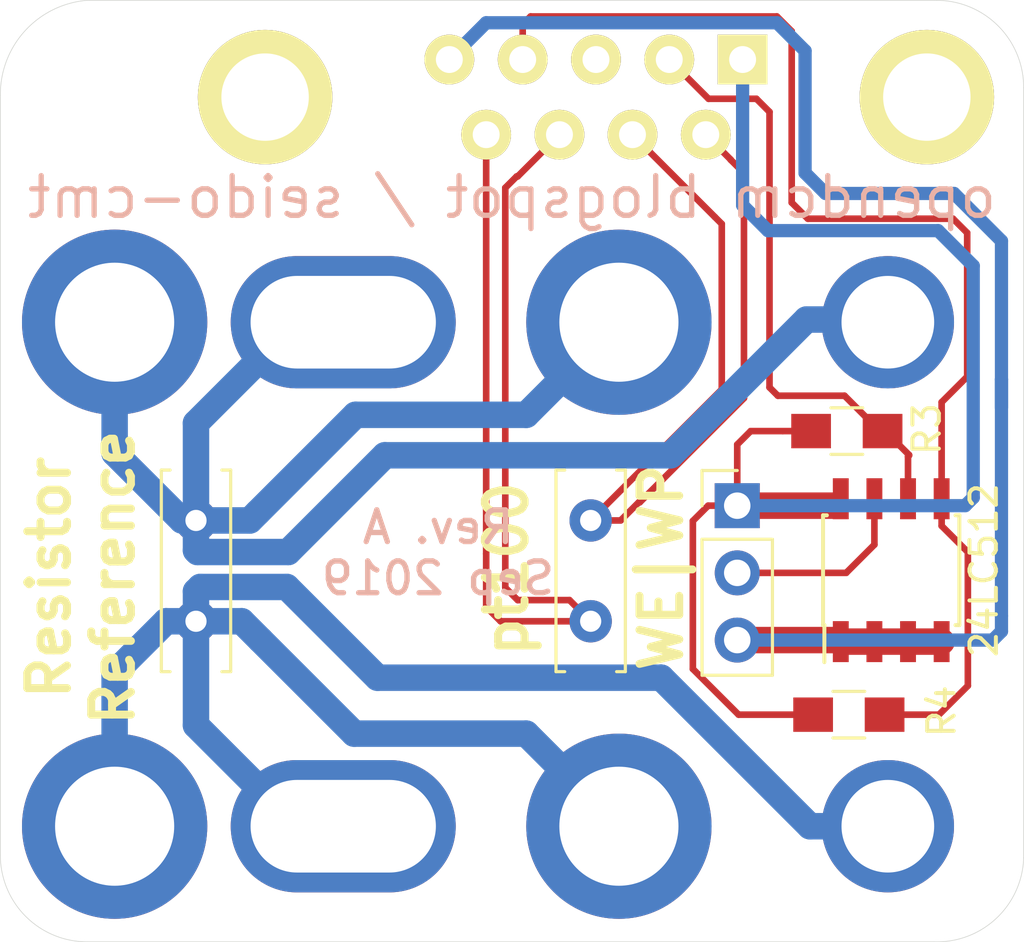
<source format=kicad_pcb>
(kicad_pcb (version 20171130) (host pcbnew 5.1.2-f72e74a~84~ubuntu14.04.1)

  (general
    (thickness 1.6)
    (drawings 13)
    (tracks 131)
    (zones 0)
    (modules 15)
    (nets 10)
  )

  (page A4)
  (layers
    (0 F.Cu signal)
    (31 B.Cu signal)
    (32 B.Adhes user)
    (33 F.Adhes user)
    (34 B.Paste user)
    (35 F.Paste user)
    (36 B.SilkS user)
    (37 F.SilkS user)
    (38 B.Mask user)
    (39 F.Mask user)
    (40 Dwgs.User user)
    (41 Cmts.User user)
    (42 Eco1.User user)
    (43 Eco2.User user)
    (44 Edge.Cuts user)
    (45 Margin user)
    (46 B.CrtYd user)
    (47 F.CrtYd user)
    (48 B.Fab user)
    (49 F.Fab user)
  )

  (setup
    (last_trace_width 0.25)
    (trace_clearance 0.2)
    (zone_clearance 0.508)
    (zone_45_only no)
    (trace_min 0.2)
    (via_size 0.8)
    (via_drill 0.4)
    (via_min_size 0.4)
    (via_min_drill 0.3)
    (uvia_size 0.3)
    (uvia_drill 0.1)
    (uvias_allowed no)
    (uvia_min_size 0.2)
    (uvia_min_drill 0.1)
    (edge_width 0.0254)
    (segment_width 0.2)
    (pcb_text_width 0.3)
    (pcb_text_size 1.5 1.5)
    (mod_edge_width 0.15)
    (mod_text_size 1 1)
    (mod_text_width 0.15)
    (pad_size 8.5 5)
    (pad_drill 7)
    (pad_to_mask_clearance 0.2)
    (solder_mask_min_width 0.25)
    (aux_axis_origin 143.129 111.76)
    (grid_origin 200.1012 89.3064)
    (visible_elements FFFFFFFF)
    (pcbplotparams
      (layerselection 0x010fc_ffffffff)
      (usegerberextensions false)
      (usegerberattributes false)
      (usegerberadvancedattributes false)
      (creategerberjobfile false)
      (excludeedgelayer true)
      (linewidth 0.100000)
      (plotframeref false)
      (viasonmask false)
      (mode 1)
      (useauxorigin false)
      (hpglpennumber 1)
      (hpglpenspeed 20)
      (hpglpendiameter 15.000000)
      (psnegative false)
      (psa4output false)
      (plotreference true)
      (plotvalue true)
      (plotinvisibletext false)
      (padsonsilk false)
      (subtractmaskfromsilk false)
      (outputformat 1)
      (mirror false)
      (drillshape 1)
      (scaleselection 1)
      (outputdirectory ""))
  )

  (net 0 "")
  (net 1 "Net-(R1-Pad1)")
  (net 2 "Net-(R1-Pad2)")
  (net 3 "Net-(J1-Pad4)")
  (net 4 "Net-(J1-Pad6)")
  (net 5 "Net-(J1-Pad8)")
  (net 6 GND)
  (net 7 "Net-(J2-Pad2)")
  (net 8 "Net-(J1-Pad2)")
  (net 9 VCC)

  (net_class Default "This is the default net class."
    (clearance 0.2)
    (trace_width 0.25)
    (via_dia 0.8)
    (via_drill 0.4)
    (uvia_dia 0.3)
    (uvia_drill 0.1)
    (add_net GND)
    (add_net "Net-(J1-Pad2)")
    (add_net "Net-(J1-Pad3)")
    (add_net "Net-(J1-Pad4)")
    (add_net "Net-(J1-Pad6)")
    (add_net "Net-(J1-Pad8)")
    (add_net "Net-(J2-Pad2)")
    (add_net "Net-(R1-Pad1)")
    (add_net "Net-(R1-Pad2)")
    (add_net VCC)
  )

  (module 4w_rr_uni:R_0805_HandSoldering (layer F.Cu) (tedit 58E0A804) (tstamp 5D7145EE)
    (at 209.296 104.0384)
    (descr "Resistor SMD 0805, hand soldering")
    (tags "resistor 0805")
    (path /5D715C3C)
    (attr smd)
    (fp_text reference R4 (at 3.5052 -0.127 90) (layer F.SilkS)
      (effects (font (size 1 1) (thickness 0.15)))
    )
    (fp_text value R (at 0 1.75) (layer F.Fab)
      (effects (font (size 1 1) (thickness 0.15)))
    )
    (fp_line (start 2.35 0.9) (end -2.35 0.9) (layer F.CrtYd) (width 0.05))
    (fp_line (start 2.35 0.9) (end 2.35 -0.9) (layer F.CrtYd) (width 0.05))
    (fp_line (start -2.35 -0.9) (end -2.35 0.9) (layer F.CrtYd) (width 0.05))
    (fp_line (start -2.35 -0.9) (end 2.35 -0.9) (layer F.CrtYd) (width 0.05))
    (fp_line (start -0.6 -0.88) (end 0.6 -0.88) (layer F.SilkS) (width 0.12))
    (fp_line (start 0.6 0.88) (end -0.6 0.88) (layer F.SilkS) (width 0.12))
    (fp_line (start -1 -0.62) (end 1 -0.62) (layer F.Fab) (width 0.1))
    (fp_line (start 1 -0.62) (end 1 0.62) (layer F.Fab) (width 0.1))
    (fp_line (start 1 0.62) (end -1 0.62) (layer F.Fab) (width 0.1))
    (fp_line (start -1 0.62) (end -1 -0.62) (layer F.Fab) (width 0.1))
    (fp_text user %R (at 0 0) (layer F.Fab)
      (effects (font (size 0.5 0.5) (thickness 0.075)))
    )
    (pad 2 smd rect (at 1.35 0) (size 1.5 1.3) (layers F.Cu F.Paste F.Mask)
      (net 3 "Net-(J1-Pad4)"))
    (pad 1 smd rect (at -1.35 0) (size 1.5 1.3) (layers F.Cu F.Paste F.Mask)
      (net 9 VCC))
    (model ${KISYS3DMOD}/Resistors_SMD.3dshapes/R_0805.wrl
      (at (xyz 0 0 0))
      (scale (xyz 1 1 1))
      (rotate (xyz 0 0 0))
    )
  )

  (module 4w_rr_uni:R_0805_HandSoldering (layer F.Cu) (tedit 58E0A804) (tstamp 5D714445)
    (at 209.2198 93.3196)
    (descr "Resistor SMD 0805, hand soldering")
    (tags "resistor 0805")
    (path /5D721A2E)
    (attr smd)
    (fp_text reference R3 (at 3.0226 -0.0762 90) (layer F.SilkS)
      (effects (font (size 1 1) (thickness 0.15)))
    )
    (fp_text value R (at 0 1.75) (layer F.Fab)
      (effects (font (size 1 1) (thickness 0.15)))
    )
    (fp_text user %R (at 0 0) (layer F.Fab)
      (effects (font (size 0.5 0.5) (thickness 0.075)))
    )
    (fp_line (start -1 0.62) (end -1 -0.62) (layer F.Fab) (width 0.1))
    (fp_line (start 1 0.62) (end -1 0.62) (layer F.Fab) (width 0.1))
    (fp_line (start 1 -0.62) (end 1 0.62) (layer F.Fab) (width 0.1))
    (fp_line (start -1 -0.62) (end 1 -0.62) (layer F.Fab) (width 0.1))
    (fp_line (start 0.6 0.88) (end -0.6 0.88) (layer F.SilkS) (width 0.12))
    (fp_line (start -0.6 -0.88) (end 0.6 -0.88) (layer F.SilkS) (width 0.12))
    (fp_line (start -2.35 -0.9) (end 2.35 -0.9) (layer F.CrtYd) (width 0.05))
    (fp_line (start -2.35 -0.9) (end -2.35 0.9) (layer F.CrtYd) (width 0.05))
    (fp_line (start 2.35 0.9) (end 2.35 -0.9) (layer F.CrtYd) (width 0.05))
    (fp_line (start 2.35 0.9) (end -2.35 0.9) (layer F.CrtYd) (width 0.05))
    (pad 1 smd rect (at -1.35 0) (size 1.5 1.3) (layers F.Cu F.Paste F.Mask)
      (net 9 VCC))
    (pad 2 smd rect (at 1.35 0) (size 1.5 1.3) (layers F.Cu F.Paste F.Mask)
      (net 8 "Net-(J1-Pad2)"))
    (model ${KISYS3DMOD}/Resistors_SMD.3dshapes/R_0805.wrl
      (at (xyz 0 0 0))
      (scale (xyz 1 1 1))
      (rotate (xyz 0 0 0))
    )
  )

  (module 4w_rr_uni:DB9_horizontal (layer F.Cu) (tedit 5D70098F) (tstamp 5CB1D584)
    (at 199.74306 80.6958 180)
    (descr SUB-D)
    (tags SUB-D)
    (path /5CB30959)
    (attr virtual)
    (fp_text reference J1 (at 0.22098 -2.82194) (layer B.SilkS) hide
      (effects (font (size 0.4064 0.4064) (thickness 0.0508)))
    )
    (fp_text value DB9 (at 7.46506 -0.381) (layer B.SilkS) hide
      (effects (font (size 0.4064 0.4064) (thickness 0.0508)))
    )
    (pad 1 thru_hole rect (at -5.53974 1.41986 180) (size 1.8796 1.8796) (drill 1.016) (layers F&B.Cu F.Paste F.SilkS F.Mask)
      (net 9 VCC))
    (pad 2 thru_hole circle (at -2.7686 1.41986 180) (size 1.8796 1.8796) (drill 1.016) (layers F&B.Cu F.Paste F.SilkS F.Mask)
      (net 8 "Net-(J1-Pad2)"))
    (pad 3 thru_hole circle (at 0 1.41986 180) (size 1.8796 1.8796) (drill 1.016) (layers F&B.Cu F.Paste F.SilkS F.Mask))
    (pad 4 thru_hole circle (at 2.7686 1.41986 180) (size 1.8796 1.8796) (drill 1.016) (layers F&B.Cu F.Paste F.SilkS F.Mask)
      (net 3 "Net-(J1-Pad4)"))
    (pad 5 thru_hole circle (at 5.53974 1.41986 180) (size 1.8796 1.8796) (drill 1.016) (layers F&B.Cu F.Paste F.SilkS F.Mask)
      (net 6 GND))
    (pad 6 thru_hole circle (at -4.14782 -1.41986 180) (size 1.8796 1.8796) (drill 1.016) (layers F&B.Cu F.Paste F.SilkS F.Mask)
      (net 4 "Net-(J1-Pad6)"))
    (pad 7 thru_hole circle (at -1.37922 -1.41986 180) (size 1.8796 1.8796) (drill 1.016) (layers F&B.Cu F.Paste F.SilkS F.Mask)
      (net 4 "Net-(J1-Pad6)"))
    (pad 8 thru_hole circle (at 1.37922 -1.41986 180) (size 1.8796 1.8796) (drill 1.016) (layers F&B.Cu F.Paste F.SilkS F.Mask)
      (net 5 "Net-(J1-Pad8)"))
    (pad 9 thru_hole circle (at 4.14782 -1.41986 180) (size 1.8796 1.8796) (drill 1.016) (layers F&B.Cu F.Paste F.SilkS F.Mask)
      (net 5 "Net-(J1-Pad8)"))
    (pad G1 thru_hole circle (at -12.49934 0 180) (size 5.08 5.08) (drill 3.302) (layers F&B.Cu F.Paste F.SilkS F.Mask))
    (pad G2 thru_hole circle (at 12.49934 0 180) (size 5.08 5.08) (drill 3.302) (layers F&B.Cu F.Paste F.SilkS F.Mask))
  )

  (module Pin_Headers:Pin_Header_Straight_1x03_Pitch2.54mm (layer F.Cu) (tedit 59650532) (tstamp 5D7091C5)
    (at 205.0796 96.139)
    (descr "Through hole straight pin header, 1x03, 2.54mm pitch, single row")
    (tags "Through hole pin header THT 1x03 2.54mm single row")
    (path /5D721A0C)
    (fp_text reference J2 (at 0 -2.33) (layer F.SilkS) hide
      (effects (font (size 1 1) (thickness 0.15)))
    )
    (fp_text value Conn_01x03 (at -2.8956 2.5654 90) (layer F.Fab)
      (effects (font (size 1 1) (thickness 0.15)))
    )
    (fp_line (start -0.635 -1.27) (end 1.27 -1.27) (layer F.Fab) (width 0.1))
    (fp_line (start 1.27 -1.27) (end 1.27 6.35) (layer F.Fab) (width 0.1))
    (fp_line (start 1.27 6.35) (end -1.27 6.35) (layer F.Fab) (width 0.1))
    (fp_line (start -1.27 6.35) (end -1.27 -0.635) (layer F.Fab) (width 0.1))
    (fp_line (start -1.27 -0.635) (end -0.635 -1.27) (layer F.Fab) (width 0.1))
    (fp_line (start -1.33 6.41) (end 1.33 6.41) (layer F.SilkS) (width 0.12))
    (fp_line (start -1.33 1.27) (end -1.33 6.41) (layer F.SilkS) (width 0.12))
    (fp_line (start 1.33 1.27) (end 1.33 6.41) (layer F.SilkS) (width 0.12))
    (fp_line (start -1.33 1.27) (end 1.33 1.27) (layer F.SilkS) (width 0.12))
    (fp_line (start -1.33 0) (end -1.33 -1.33) (layer F.SilkS) (width 0.12))
    (fp_line (start -1.33 -1.33) (end 0 -1.33) (layer F.SilkS) (width 0.12))
    (fp_line (start -1.8 -1.8) (end -1.8 6.85) (layer F.CrtYd) (width 0.05))
    (fp_line (start -1.8 6.85) (end 1.8 6.85) (layer F.CrtYd) (width 0.05))
    (fp_line (start 1.8 6.85) (end 1.8 -1.8) (layer F.CrtYd) (width 0.05))
    (fp_line (start 1.8 -1.8) (end -1.8 -1.8) (layer F.CrtYd) (width 0.05))
    (fp_text user %R (at 0 2.54 90) (layer F.Fab)
      (effects (font (size 1 1) (thickness 0.15)))
    )
    (pad 1 thru_hole rect (at 0 0) (size 1.7 1.7) (drill 1) (layers *.Cu *.Mask)
      (net 9 VCC))
    (pad 2 thru_hole oval (at 0 2.54) (size 1.7 1.7) (drill 1) (layers *.Cu *.Mask)
      (net 7 "Net-(J2-Pad2)"))
    (pad 3 thru_hole oval (at 0 5.08) (size 1.7 1.7) (drill 1) (layers *.Cu *.Mask)
      (net 6 GND))
    (model ${KISYS3DMOD}/Pin_Headers.3dshapes/Pin_Header_Straight_1x03_Pitch2.54mm.wrl
      (at (xyz 0 0 0))
      (scale (xyz 1 1 1))
      (rotate (xyz 0 0 0))
    )
  )

  (module 4w_rr_uni:VIA_oval (layer F.Cu) (tedit 5D6FFD55) (tstamp 5D6FF74C)
    (at 190.4492 108.2548)
    (path /5D707870)
    (fp_text reference U4 (at 0 0.5) (layer F.SilkS)
      (effects (font (size 1 1) (thickness 0.15)))
    )
    (fp_text value SA404 (at -0.4064 -3.937) (layer F.Fab)
      (effects (font (size 1 1) (thickness 0.15)))
    )
    (pad 1 thru_hole oval (at -0.254 0) (size 8.5 5) (drill oval 7 3.5) (layers *.Cu *.Mask)
      (net 2 "Net-(R1-Pad2)"))
  )

  (module 4w_rr_uni:VIA_oval (layer F.Cu) (tedit 5D6FFCB5) (tstamp 5D6FF747)
    (at 190.4492 89.2048)
    (path /5D707289)
    (fp_text reference U3 (at 0 0.5) (layer F.SilkS)
      (effects (font (size 1 1) (thickness 0.15)))
    )
    (fp_text value SA404 (at -0.3048 -3.937) (layer F.Fab)
      (effects (font (size 1 1) (thickness 0.15)))
    )
    (pad 1 thru_hole oval (at -0.254 0) (size 8.5 5) (drill oval 7 3.5) (layers *.Cu *.Mask)
      (net 1 "Net-(R1-Pad1)"))
  )

  (module 4w_rr_uni:Binding_Post_4mm (layer F.Cu) (tedit 5CB1739B) (tstamp 5D6FF75B)
    (at 181.5592 108.2548)
    (path /5D708E47)
    (fp_text reference U7 (at 0 0.5) (layer F.SilkS)
      (effects (font (size 1 1) (thickness 0.15)))
    )
    (fp_text value Banana (at 0.254 -4.572) (layer F.Fab)
      (effects (font (size 1 1) (thickness 0.15)))
    )
    (pad 1 thru_hole circle (at 0 0) (size 7 7) (drill 4.5) (layers *.Cu *.Mask)
      (net 2 "Net-(R1-Pad2)"))
  )

  (module 4w_rr_uni:Binding_Post_4mm (layer F.Cu) (tedit 5CB1739B) (tstamp 5D6FF760)
    (at 181.5592 89.2048)
    (path /5D708684)
    (fp_text reference U8 (at 0 0.5) (layer F.SilkS)
      (effects (font (size 1 1) (thickness 0.15)))
    )
    (fp_text value Banana (at 0.254 -4.7244) (layer F.Fab)
      (effects (font (size 1 1) (thickness 0.15)))
    )
    (pad 1 thru_hole circle (at 0 0) (size 7 7) (drill 4.5) (layers *.Cu *.Mask)
      (net 1 "Net-(R1-Pad1)"))
  )

  (module 4w_rr_uni:Binding_Post_4mm (layer F.Cu) (tedit 5CB1739B) (tstamp 5D6FF756)
    (at 200.6092 89.2048)
    (path /5D70830C)
    (fp_text reference U6 (at 0 0.5) (layer F.SilkS)
      (effects (font (size 1 1) (thickness 0.15)))
    )
    (fp_text value Banana (at 0.2032 -4.4196) (layer F.Fab)
      (effects (font (size 1 1) (thickness 0.15)))
    )
    (pad 1 thru_hole circle (at 0 0) (size 7 7) (drill 4.5) (layers *.Cu *.Mask)
      (net 1 "Net-(R1-Pad1)"))
  )

  (module 4w_rr_uni:Binding_Post_4mm (layer F.Cu) (tedit 5CB1739B) (tstamp 5D6FF751)
    (at 200.6092 108.2548)
    (path /5D7089A2)
    (fp_text reference U5 (at 0 0.5) (layer F.SilkS)
      (effects (font (size 1 1) (thickness 0.15)))
    )
    (fp_text value Banana (at 1.0668 -4.3942) (layer F.Fab)
      (effects (font (size 1 1) (thickness 0.15)))
    )
    (pad 1 thru_hole circle (at 0 0) (size 7 7) (drill 4.5) (layers *.Cu *.Mask)
      (net 2 "Net-(R1-Pad2)"))
  )

  (module 4w_rr_uni:VIA (layer F.Cu) (tedit 5C055CDB) (tstamp 5D7145B5)
    (at 210.7692 108.2548)
    (path /5D704731)
    (fp_text reference U2 (at 0 0.5) (layer F.SilkS)
      (effects (font (size 1 1) (thickness 0.15)))
    )
    (fp_text value SA404 (at -0.0254 -3.7338) (layer F.Fab)
      (effects (font (size 1 1) (thickness 0.15)))
    )
    (pad 1 thru_hole circle (at 0 0) (size 5 5) (drill 3.5) (layers *.Cu *.Mask)
      (net 2 "Net-(R1-Pad2)"))
  )

  (module 4w_rr_uni:VIA (layer F.Cu) (tedit 5C055CDB) (tstamp 5D6FF73D)
    (at 210.7692 89.2048)
    (path /5D703457)
    (fp_text reference U1 (at 0 0.5) (layer F.SilkS)
      (effects (font (size 1 1) (thickness 0.15)))
    )
    (fp_text value SA404 (at 0.1524 -3.937) (layer F.Fab)
      (effects (font (size 1 1) (thickness 0.15)))
    )
    (pad 1 thru_hole circle (at 0 0) (size 5 5) (drill 3.5) (layers *.Cu *.Mask)
      (net 1 "Net-(R1-Pad1)"))
  )

  (module 4w_rr_uni:Vishay_L7.62mm_D2.67mm_P3.81mm_Horizontal (layer F.Cu) (tedit 5C8E82DC) (tstamp 5CB1DDD3)
    (at 199.5424 98.6028 270)
    (descr "Resistor, Axial_DIN0207 series, Axial, Horizontal, pin pitch=7.62mm, 0.25W = 1/4W, length*diameter=6.3*2.5mm^2, http://cdn-reichelt.de/documents/datenblatt/B400/1_4W%23YAG.pdf")
    (tags "Resistor Axial_DIN0207 series Axial Horizontal pin pitch 7.62mm 0.25W = 1/4W length 6.3mm diameter 2.5mm")
    (path /5CB488B6)
    (fp_text reference R2 (at 0 -2.6 90) (layer F.SilkS) hide
      (effects (font (size 1 1) (thickness 0.15)))
    )
    (fp_text value R (at 0.127 0.0508 90) (layer F.Fab) hide
      (effects (font (size 1 1) (thickness 0.15)))
    )
    (fp_line (start -4 -1.6) (end 4 -1.6) (layer F.CrtYd) (width 0.05))
    (fp_line (start 4 1.6) (end 4 -1.6) (layer F.CrtYd) (width 0.05))
    (fp_line (start -4 1.6) (end 4 1.6) (layer F.CrtYd) (width 0.05))
    (fp_line (start -4 -1.6) (end -4 1.6) (layer F.CrtYd) (width 0.05))
    (fp_line (start 3.81 1.31) (end 3.81 0.98) (layer F.SilkS) (width 0.12))
    (fp_line (start -3.81 1.31) (end 3.81 1.31) (layer F.SilkS) (width 0.12))
    (fp_line (start -3.81 0.98) (end -3.81 1.31) (layer F.SilkS) (width 0.12))
    (fp_line (start 3.81 -1.31) (end 3.81 -0.98) (layer F.SilkS) (width 0.12))
    (fp_line (start -3.81 -1.31) (end 3.81 -1.31) (layer F.SilkS) (width 0.12))
    (fp_line (start -3.81 -0.98) (end -3.81 -1.31) (layer F.SilkS) (width 0.12))
    (fp_line (start -3.81 -1.25) (end 3.81 -1.25) (layer F.Fab) (width 0.1))
    (fp_line (start 3.81 1.25) (end 3.81 -1.25) (layer F.Fab) (width 0.1))
    (fp_line (start -3.81 1.25) (end 3.81 1.25) (layer F.Fab) (width 0.1))
    (fp_line (start -3.81 -1.25) (end -3.81 1.25) (layer F.Fab) (width 0.1))
    (pad 2 thru_hole oval (at 1.905 0 270) (size 1.6 1.6) (drill 0.8) (layers *.Cu *.Mask)
      (net 5 "Net-(J1-Pad8)"))
    (pad 1 thru_hole circle (at -1.905 0 270) (size 1.6 1.6) (drill 0.8) (layers *.Cu *.Mask)
      (net 4 "Net-(J1-Pad6)"))
    (model ${KISYS3DMOD}/Resistors_THT.3dshapes/R_Axial_DIN0207_L6.3mm_D2.5mm_P7.62mm_Horizontal.wrl
      (at (xyz 0 0 0))
      (scale (xyz 0.393701 0.393701 0.393701))
      (rotate (xyz 0 0 0))
    )
  )

  (module 4w_rr_uni:Vishay_L7.62mm_D2.67mm_P3.81mm_Horizontal (layer F.Cu) (tedit 5C8E82DC) (tstamp 5CB1A6E0)
    (at 184.6326 98.6028 270)
    (descr "Resistor, Axial_DIN0207 series, Axial, Horizontal, pin pitch=7.62mm, 0.25W = 1/4W, length*diameter=6.3*2.5mm^2, http://cdn-reichelt.de/documents/datenblatt/B400/1_4W%23YAG.pdf")
    (tags "Resistor Axial_DIN0207 series Axial Horizontal pin pitch 7.62mm 0.25W = 1/4W length 6.3mm diameter 2.5mm")
    (path /5CB1A248)
    (fp_text reference R1 (at 0 -2.6 90) (layer F.SilkS) hide
      (effects (font (size 1 1) (thickness 0.15)))
    )
    (fp_text value R (at 0.0254 0.0508 90) (layer F.Fab) hide
      (effects (font (size 1 1) (thickness 0.15)))
    )
    (fp_line (start -3.81 -1.25) (end -3.81 1.25) (layer F.Fab) (width 0.1))
    (fp_line (start -3.81 1.25) (end 3.81 1.25) (layer F.Fab) (width 0.1))
    (fp_line (start 3.81 1.25) (end 3.81 -1.25) (layer F.Fab) (width 0.1))
    (fp_line (start -3.81 -1.25) (end 3.81 -1.25) (layer F.Fab) (width 0.1))
    (fp_line (start -3.81 -0.98) (end -3.81 -1.31) (layer F.SilkS) (width 0.12))
    (fp_line (start -3.81 -1.31) (end 3.81 -1.31) (layer F.SilkS) (width 0.12))
    (fp_line (start 3.81 -1.31) (end 3.81 -0.98) (layer F.SilkS) (width 0.12))
    (fp_line (start -3.81 0.98) (end -3.81 1.31) (layer F.SilkS) (width 0.12))
    (fp_line (start -3.81 1.31) (end 3.81 1.31) (layer F.SilkS) (width 0.12))
    (fp_line (start 3.81 1.31) (end 3.81 0.98) (layer F.SilkS) (width 0.12))
    (fp_line (start -4 -1.6) (end -4 1.6) (layer F.CrtYd) (width 0.05))
    (fp_line (start -4 1.6) (end 4 1.6) (layer F.CrtYd) (width 0.05))
    (fp_line (start 4 1.6) (end 4 -1.6) (layer F.CrtYd) (width 0.05))
    (fp_line (start -4 -1.6) (end 4 -1.6) (layer F.CrtYd) (width 0.05))
    (pad 1 thru_hole circle (at -1.905 0 270) (size 1.6 1.6) (drill 0.8) (layers *.Cu *.Mask)
      (net 1 "Net-(R1-Pad1)"))
    (pad 2 thru_hole oval (at 1.905 0 270) (size 1.6 1.6) (drill 0.8) (layers *.Cu *.Mask)
      (net 2 "Net-(R1-Pad2)"))
    (model ${KISYS3DMOD}/Resistors_THT.3dshapes/R_Axial_DIN0207_L6.3mm_D2.5mm_P7.62mm_Horizontal.wrl
      (at (xyz 0 0 0))
      (scale (xyz 0.393701 0.393701 0.393701))
      (rotate (xyz 0 0 0))
    )
  )

  (module 4w_rr_uni:SOIC-8_3.9x4.9mm_Pitch1.27mm (layer F.Cu) (tedit 58CD0CDA) (tstamp 5CB1A4D6)
    (at 210.8962 98.5774 90)
    (descr "8-Lead Plastic Small Outline (SN) - Narrow, 3.90 mm Body [SOIC] (see Microchip Packaging Specification 00000049BS.pdf)")
    (tags "SOIC 1.27")
    (path /5CB19541)
    (attr smd)
    (fp_text reference U9 (at 0 -3.5 90) (layer F.SilkS) hide
      (effects (font (size 1 1) (thickness 0.15)))
    )
    (fp_text value 24LC512 (at 0 3.5 90) (layer F.SilkS)
      (effects (font (size 1 1) (thickness 0.15)))
    )
    (fp_line (start -2.075 -2.525) (end -3.475 -2.525) (layer F.SilkS) (width 0.15))
    (fp_line (start -2.075 2.575) (end 2.075 2.575) (layer F.SilkS) (width 0.15))
    (fp_line (start -2.075 -2.575) (end 2.075 -2.575) (layer F.SilkS) (width 0.15))
    (fp_line (start -2.075 2.575) (end -2.075 2.43) (layer F.SilkS) (width 0.15))
    (fp_line (start 2.075 2.575) (end 2.075 2.43) (layer F.SilkS) (width 0.15))
    (fp_line (start 2.075 -2.575) (end 2.075 -2.43) (layer F.SilkS) (width 0.15))
    (fp_line (start -2.075 -2.575) (end -2.075 -2.525) (layer F.SilkS) (width 0.15))
    (fp_line (start -3.73 2.7) (end 3.73 2.7) (layer F.CrtYd) (width 0.05))
    (fp_line (start -3.73 -2.7) (end 3.73 -2.7) (layer F.CrtYd) (width 0.05))
    (fp_line (start 3.73 -2.7) (end 3.73 2.7) (layer F.CrtYd) (width 0.05))
    (fp_line (start -3.73 -2.7) (end -3.73 2.7) (layer F.CrtYd) (width 0.05))
    (fp_line (start -1.95 -1.45) (end -0.95 -2.45) (layer F.Fab) (width 0.1))
    (fp_line (start -1.95 2.45) (end -1.95 -1.45) (layer F.Fab) (width 0.1))
    (fp_line (start 1.95 2.45) (end -1.95 2.45) (layer F.Fab) (width 0.1))
    (fp_line (start 1.95 -2.45) (end 1.95 2.45) (layer F.Fab) (width 0.1))
    (fp_line (start -0.95 -2.45) (end 1.95 -2.45) (layer F.Fab) (width 0.1))
    (fp_text user %R (at 0 0 90) (layer F.Fab) hide
      (effects (font (size 1 1) (thickness 0.15)))
    )
    (pad 8 smd rect (at 2.7 -1.905 90) (size 1.55 0.6) (layers F.Cu F.Paste F.Mask)
      (net 9 VCC))
    (pad 7 smd rect (at 2.7 -0.635 90) (size 1.55 0.6) (layers F.Cu F.Paste F.Mask)
      (net 7 "Net-(J2-Pad2)"))
    (pad 6 smd rect (at 2.7 0.635 90) (size 1.55 0.6) (layers F.Cu F.Paste F.Mask)
      (net 8 "Net-(J1-Pad2)"))
    (pad 5 smd rect (at 2.7 1.905 90) (size 1.55 0.6) (layers F.Cu F.Paste F.Mask)
      (net 3 "Net-(J1-Pad4)"))
    (pad 4 smd rect (at -2.7 1.905 90) (size 1.55 0.6) (layers F.Cu F.Paste F.Mask)
      (net 6 GND))
    (pad 3 smd rect (at -2.7 0.635 90) (size 1.55 0.6) (layers F.Cu F.Paste F.Mask)
      (net 6 GND))
    (pad 2 smd rect (at -2.7 -0.635 90) (size 1.55 0.6) (layers F.Cu F.Paste F.Mask)
      (net 6 GND))
    (pad 1 smd rect (at -2.7 -1.905 90) (size 1.55 0.6) (layers F.Cu F.Paste F.Mask)
      (net 6 GND))
    (model ${KISYS3DMOD}/Housings_SOIC.3dshapes/SOIC-8_3.9x4.9mm_Pitch1.27mm.wrl
      (at (xyz 0 0 0))
      (scale (xyz 1 1 1))
      (rotate (xyz 0 0 0))
    )
  )

  (gr_text "opendcm blogspot / seido-cmt" (at 196.5706 84.4804) (layer B.SilkS) (tstamp 5C0566A1)
    (effects (font (size 1.5 1.5) (thickness 0.2)) (justify mirror))
  )
  (gr_text "Rev. A\nSep 2019" (at 193.7766 97.917) (layer B.SilkS) (tstamp 5D713154)
    (effects (font (size 1.2 1.2) (thickness 0.2)) (justify mirror))
  )
  (gr_text WE|WP (at 202.2094 98.4758 90) (layer F.SilkS) (tstamp 5D709A98)
    (effects (font (size 1.5 1.5) (thickness 0.3)))
  )
  (gr_text pt100 (at 196.3674 98.5266 90) (layer F.SilkS)
    (effects (font (size 1.5 1.5) (thickness 0.3)))
  )
  (gr_line (start 212.521798 112.6236) (end 180.5178 112.6236) (layer Edge.Cuts) (width 0.0254) (tstamp 5CD72ED9))
  (gr_text " Resistor \nReference" (at 180.2892 98.8568 90) (layer F.SilkS)
    (effects (font (size 1.5 1.5) (thickness 0.3)))
  )
  (gr_line (start 212.6234 77.0382) (end 180.5178 77.0382) (layer Edge.Cuts) (width 0.0254))
  (gr_line (start 215.9 109.448551) (end 215.9 80.3402) (layer Edge.Cuts) (width 0.0254) (tstamp 5CD72A23))
  (gr_line (start 177.2412 80.6196) (end 177.2412 109.347) (layer Edge.Cuts) (width 0.0254) (tstamp 5AEBEA33))
  (gr_arc (start 212.623398 109.347) (end 212.521798 112.6236) (angle -90.00085275) (layer Edge.Cuts) (width 0.0254))
  (gr_arc (start 212.605694 80.332538) (end 215.9 80.3402) (angle -89.82531014) (layer Edge.Cuts) (width 0.0254))
  (gr_arc (start 180.810142 80.594201) (end 180.5178 77.0382) (angle -85.7079865) (layer Edge.Cuts) (width 0.0254))
  (gr_arc (start 180.5178 109.347) (end 177.2412 109.347) (angle -90) (layer Edge.Cuts) (width 0.0254))

  (segment (start 184.102453 96.6978) (end 184.6326 96.6978) (width 1) (layer B.Cu) (net 1) (status 30))
  (segment (start 181.5592 89.2048) (end 181.5592 94.154547) (width 1) (layer B.Cu) (net 1) (status 10))
  (segment (start 181.5592 94.154547) (end 184.102453 96.6978) (width 1) (layer B.Cu) (net 1) (status 20))
  (segment (start 188.4452 89.2048) (end 190.1952 89.2048) (width 1) (layer B.Cu) (net 1) (status 30))
  (segment (start 184.6326 96.6978) (end 184.6326 93.0174) (width 1) (layer B.Cu) (net 1) (status 10))
  (segment (start 184.6326 93.0174) (end 188.4452 89.2048) (width 1) (layer B.Cu) (net 1) (status 20))
  (segment (start 197.109201 92.704799) (end 190.657601 92.704799) (width 1) (layer B.Cu) (net 1))
  (segment (start 190.657601 92.704799) (end 186.9694 96.393) (width 1) (layer B.Cu) (net 1))
  (segment (start 184.6326 96.6978) (end 186.6646 96.6978) (width 1) (layer B.Cu) (net 1) (status 10))
  (segment (start 186.6646 96.6978) (end 186.9694 96.393) (width 1) (layer B.Cu) (net 1))
  (segment (start 200.6092 89.2048) (end 197.109201 92.704799) (width 1) (layer B.Cu) (net 1) (status 10))
  (segment (start 210.6676 89.1032) (end 210.7692 89.2048) (width 1) (layer B.Cu) (net 1) (status 30))
  (segment (start 207.6958 89.1032) (end 210.6676 89.1032) (width 1) (layer B.Cu) (net 1) (status 20))
  (segment (start 202.565 94.234) (end 207.6958 89.1032) (width 1) (layer B.Cu) (net 1))
  (segment (start 191.77 94.234) (end 202.565 94.234) (width 1) (layer B.Cu) (net 1))
  (segment (start 188.1124 97.8916) (end 191.77 94.234) (width 1) (layer B.Cu) (net 1))
  (segment (start 184.69503 97.8916) (end 188.1124 97.8916) (width 1) (layer B.Cu) (net 1))
  (segment (start 184.6326 97.82917) (end 184.69503 97.8916) (width 1) (layer B.Cu) (net 1))
  (segment (start 184.6326 96.6978) (end 184.6326 97.82917) (width 1) (layer B.Cu) (net 1) (status 10))
  (segment (start 181.5592 102.44983) (end 181.5592 105.869115) (width 1) (layer B.Cu) (net 2) (status 20))
  (segment (start 184.6326 100.5078) (end 183.50123 100.5078) (width 1) (layer B.Cu) (net 2) (status 10))
  (segment (start 183.50123 100.5078) (end 181.5592 102.44983) (width 1) (layer B.Cu) (net 2))
  (segment (start 188.4452 108.2548) (end 190.1952 108.2548) (width 1) (layer B.Cu) (net 2) (status 30))
  (segment (start 184.6326 100.5078) (end 184.6326 104.4422) (width 1) (layer B.Cu) (net 2) (status 10))
  (segment (start 184.6326 104.4422) (end 188.4452 108.2548) (width 1) (layer B.Cu) (net 2) (status 20))
  (segment (start 184.6326 100.5078) (end 186.3598 100.5078) (width 1) (layer B.Cu) (net 2) (status 10))
  (segment (start 186.3598 100.5078) (end 187.071 101.219) (width 1) (layer B.Cu) (net 2))
  (segment (start 200.6092 108.2548) (end 197.109201 104.754801) (width 1) (layer B.Cu) (net 2) (status 10))
  (segment (start 197.109201 104.754801) (end 190.606801 104.754801) (width 1) (layer B.Cu) (net 2))
  (segment (start 190.606801 104.754801) (end 187.071 101.219) (width 1) (layer B.Cu) (net 2))
  (segment (start 184.6326 99.37643) (end 184.79663 99.2124) (width 1) (layer B.Cu) (net 2))
  (segment (start 184.79663 99.2124) (end 188.0616 99.2124) (width 1) (layer B.Cu) (net 2))
  (segment (start 184.6326 100.5078) (end 184.6326 99.37643) (width 1) (layer B.Cu) (net 2) (status 10))
  (segment (start 188.0616 99.2124) (end 191.4906 102.6414) (width 1) (layer B.Cu) (net 2))
  (segment (start 202.184 102.6414) (end 202.2094 102.6414) (width 1) (layer B.Cu) (net 2))
  (segment (start 202.184 102.6414) (end 191.4906 102.6414) (width 1) (layer B.Cu) (net 2))
  (segment (start 207.8228 108.2548) (end 208.797143 108.2548) (width 1) (layer B.Cu) (net 2) (status 20))
  (segment (start 202.2094 102.6414) (end 207.8228 108.2548) (width 1) (layer B.Cu) (net 2))
  (segment (start 197.273523 77.6478) (end 196.97446 77.946863) (width 0.25) (layer F.Cu) (net 3))
  (segment (start 207.7466 85.2932) (end 207.137 84.6836) (width 0.25) (layer F.Cu) (net 3))
  (segment (start 206.5782 77.6478) (end 197.273523 77.6478) (width 0.25) (layer F.Cu) (net 3))
  (segment (start 207.137 84.6836) (end 207.137 78.2066) (width 0.25) (layer F.Cu) (net 3))
  (segment (start 213.233 85.2932) (end 207.7466 85.2932) (width 0.25) (layer F.Cu) (net 3))
  (segment (start 207.137 78.2066) (end 206.5782 77.6478) (width 0.25) (layer F.Cu) (net 3))
  (segment (start 213.7664 85.8266) (end 213.233 85.2932) (width 0.25) (layer F.Cu) (net 3))
  (segment (start 212.8012 92.2274) (end 213.7664 91.2622) (width 0.25) (layer F.Cu) (net 3))
  (segment (start 196.97446 77.946863) (end 196.97446 79.27594) (width 0.25) (layer F.Cu) (net 3))
  (segment (start 213.7664 91.2622) (end 213.7664 85.8266) (width 0.25) (layer F.Cu) (net 3))
  (segment (start 212.8012 95.8774) (end 212.8012 92.2274) (width 0.25) (layer F.Cu) (net 3))
  (segment (start 212.8012 96.9024) (end 212.8012 95.8774) (width 0.25) (layer F.Cu) (net 3))
  (segment (start 213.7918 102.9462) (end 213.7918 97.893) (width 0.25) (layer F.Cu) (net 3))
  (segment (start 213.7918 97.893) (end 212.8012 96.9024) (width 0.25) (layer F.Cu) (net 3))
  (segment (start 212.6996 104.0384) (end 213.7918 102.9462) (width 0.25) (layer F.Cu) (net 3))
  (segment (start 210.646 104.0384) (end 212.6996 104.0384) (width 0.25) (layer F.Cu) (net 3))
  (segment (start 204.23251 85.22589) (end 201.12228 82.11566) (width 0.25) (layer F.Cu) (net 4) (status 20))
  (segment (start 204.4954 85.48878) (end 204.23251 85.22589) (width 0.25) (layer F.Cu) (net 4))
  (segment (start 204.4954 91.7448) (end 204.4954 85.48878) (width 0.25) (layer F.Cu) (net 4))
  (segment (start 199.5424 96.6978) (end 204.4954 91.7448) (width 0.25) (layer F.Cu) (net 4) (status 10))
  (segment (start 201.35957 96.012) (end 200.67377 96.6978) (width 0.25) (layer F.Cu) (net 4))
  (segment (start 200.67377 96.6978) (end 199.5424 96.6978) (width 0.25) (layer F.Cu) (net 4))
  (segment (start 205.3336 92.075) (end 201.3966 96.012) (width 0.25) (layer F.Cu) (net 4))
  (segment (start 204.830679 83.063079) (end 205.3336 83.566) (width 0.25) (layer F.Cu) (net 4))
  (segment (start 201.3966 96.012) (end 201.35957 96.012) (width 0.25) (layer F.Cu) (net 4))
  (segment (start 205.3336 83.566) (end 205.3336 92.075) (width 0.25) (layer F.Cu) (net 4))
  (segment (start 204.830679 83.055459) (end 204.830679 83.063079) (width 0.25) (layer F.Cu) (net 4))
  (segment (start 203.89088 82.11566) (end 204.830679 83.055459) (width 0.25) (layer F.Cu) (net 4))
  (segment (start 195.59524 97.95764) (end 195.59524 82.11566) (width 0.25) (layer F.Cu) (net 5) (status 20))
  (segment (start 199.5424 100.5078) (end 196.1388 100.5078) (width 0.25) (layer F.Cu) (net 5) (status 10))
  (segment (start 195.59524 99.96424) (end 195.59524 97.95764) (width 0.25) (layer F.Cu) (net 5))
  (segment (start 196.1388 100.5078) (end 195.59524 99.96424) (width 0.25) (layer F.Cu) (net 5))
  (segment (start 196.784199 83.695301) (end 198.36384 82.11566) (width 0.25) (layer F.Cu) (net 5) (status 20))
  (segment (start 196.746099 83.695301) (end 196.784199 83.695301) (width 0.25) (layer F.Cu) (net 5))
  (segment (start 196.3166 84.1248) (end 196.746099 83.695301) (width 0.25) (layer F.Cu) (net 5))
  (segment (start 196.3166 99.2378) (end 196.3166 84.1248) (width 0.25) (layer F.Cu) (net 5))
  (segment (start 196.786601 99.707801) (end 196.3166 99.2378) (width 0.25) (layer F.Cu) (net 5))
  (segment (start 198.742401 99.707801) (end 196.786601 99.707801) (width 0.25) (layer F.Cu) (net 5) (status 10))
  (segment (start 199.5424 100.5078) (end 198.742401 99.707801) (width 0.25) (layer F.Cu) (net 5) (status 30))
  (segment (start 215.0618 100.3046) (end 215.0618 92.438881) (width 0.25) (layer B.Cu) (net 6))
  (segment (start 215.0618 91.3638) (end 215.0618 100.3046) (width 0.5) (layer B.Cu) (net 6))
  (segment (start 215.0618 92.438881) (end 215.0618 91.3638) (width 0.5) (layer B.Cu) (net 6))
  (segment (start 208.9328 101.219) (end 208.9912 101.2774) (width 1) (layer F.Cu) (net 6) (status 30))
  (segment (start 205.0796 101.219) (end 208.9328 101.219) (width 1) (layer F.Cu) (net 6) (status 30))
  (segment (start 215.0618 100.3046) (end 215.0618 100.8888) (width 0.5) (layer B.Cu) (net 6))
  (segment (start 214.7316 101.219) (end 205.0796 101.219) (width 0.5) (layer B.Cu) (net 6) (status 20))
  (segment (start 215.0618 100.8888) (end 214.7316 101.219) (width 0.5) (layer B.Cu) (net 6))
  (segment (start 208.9912 101.2774) (end 210.2612 101.2774) (width 1) (layer F.Cu) (net 6) (status 30))
  (segment (start 210.2612 101.2774) (end 211.5312 101.2774) (width 1) (layer F.Cu) (net 6) (status 30))
  (segment (start 211.5312 101.2774) (end 212.8012 101.2774) (width 1) (layer F.Cu) (net 6) (status 30))
  (segment (start 195.593121 77.886139) (end 194.20332 79.27594) (width 0.5) (layer B.Cu) (net 6))
  (segment (start 207.642331 78.945869) (end 206.582601 77.886139) (width 0.5) (layer B.Cu) (net 6))
  (segment (start 207.642331 83.563331) (end 207.642331 78.945869) (width 0.5) (layer B.Cu) (net 6))
  (segment (start 208.416052 84.337052) (end 207.642331 83.563331) (width 0.5) (layer B.Cu) (net 6))
  (segment (start 213.267452 84.337052) (end 208.416052 84.337052) (width 0.5) (layer B.Cu) (net 6))
  (segment (start 215.0618 86.1314) (end 213.267452 84.337052) (width 0.5) (layer B.Cu) (net 6))
  (segment (start 206.582601 77.886139) (end 195.593121 77.886139) (width 0.5) (layer B.Cu) (net 6))
  (segment (start 215.0618 91.3638) (end 215.0618 86.1314) (width 0.5) (layer B.Cu) (net 6))
  (segment (start 209.1944 98.679) (end 205.0796 98.679) (width 0.25) (layer F.Cu) (net 7) (status 20))
  (segment (start 210.2612 97.6122) (end 209.1944 98.679) (width 0.25) (layer F.Cu) (net 7))
  (segment (start 210.2612 95.8774) (end 210.2612 97.6122) (width 0.25) (layer F.Cu) (net 7) (status 10))
  (segment (start 211.5698 94.2196) (end 210.6698 93.3196) (width 0.25) (layer F.Cu) (net 8))
  (segment (start 210.6698 93.3196) (end 210.5698 93.3196) (width 0.25) (layer F.Cu) (net 8))
  (segment (start 211.5312 94.281) (end 211.5698 94.2424) (width 0.25) (layer F.Cu) (net 8))
  (segment (start 211.5698 94.2424) (end 211.5698 94.2196) (width 0.25) (layer F.Cu) (net 8))
  (segment (start 211.5312 95.8774) (end 211.5312 94.281) (width 0.25) (layer F.Cu) (net 8))
  (segment (start 209.1336 91.9834) (end 210.4698 93.3196) (width 0.25) (layer F.Cu) (net 8))
  (segment (start 210.4698 93.3196) (end 210.5698 93.3196) (width 0.25) (layer F.Cu) (net 8))
  (segment (start 206.6136 91.9834) (end 209.1336 91.9834) (width 0.25) (layer F.Cu) (net 8))
  (segment (start 206.298763 91.668563) (end 206.6136 91.9834) (width 0.25) (layer F.Cu) (net 8))
  (segment (start 206.298763 81.254563) (end 206.298763 91.668563) (width 0.25) (layer F.Cu) (net 8))
  (segment (start 203.995057 80.759337) (end 205.803537 80.759337) (width 0.25) (layer F.Cu) (net 8))
  (segment (start 205.803537 80.759337) (end 206.298763 81.254563) (width 0.25) (layer F.Cu) (net 8))
  (segment (start 202.51166 79.27594) (end 203.995057 80.759337) (width 0.25) (layer F.Cu) (net 8))
  (segment (start 208.7296 96.139) (end 208.9912 95.8774) (width 0.25) (layer F.Cu) (net 9) (status 30))
  (segment (start 205.0796 96.139) (end 208.7296 96.139) (width 1) (layer F.Cu) (net 9) (status 30))
  (segment (start 205.2828 84.7852) (end 205.2828 80.71574) (width 0.5) (layer B.Cu) (net 9))
  (segment (start 205.2828 80.71574) (end 205.2828 79.27594) (width 0.5) (layer B.Cu) (net 9))
  (segment (start 206.240299 85.742699) (end 205.2828 84.7852) (width 0.5) (layer B.Cu) (net 9))
  (segment (start 212.666499 85.742699) (end 206.240299 85.742699) (width 0.5) (layer B.Cu) (net 9))
  (segment (start 213.995 87.0712) (end 212.666499 85.742699) (width 0.5) (layer B.Cu) (net 9))
  (segment (start 213.995 95.8342) (end 213.995 87.0712) (width 0.5) (layer B.Cu) (net 9))
  (segment (start 213.6902 96.139) (end 213.995 95.8342) (width 0.5) (layer B.Cu) (net 9))
  (segment (start 205.0796 96.139) (end 213.6902 96.139) (width 0.5) (layer B.Cu) (net 9))
  (segment (start 207.8698 93.3196) (end 206.799 93.3196) (width 0.25) (layer F.Cu) (net 9))
  (segment (start 203.9796 96.139) (end 205.0796 96.139) (width 0.25) (layer F.Cu) (net 9))
  (segment (start 203.4032 96.7154) (end 203.9796 96.139) (width 0.25) (layer F.Cu) (net 9))
  (segment (start 205.1304 104.0384) (end 203.4032 102.3112) (width 0.25) (layer F.Cu) (net 9))
  (segment (start 203.4032 102.3112) (end 203.4032 96.7154) (width 0.25) (layer F.Cu) (net 9))
  (segment (start 207.946 104.0384) (end 205.1304 104.0384) (width 0.25) (layer F.Cu) (net 9))
  (segment (start 205.0796 96.139) (end 205.0796 93.8276) (width 0.25) (layer F.Cu) (net 9))
  (segment (start 205.5876 93.3196) (end 206.799 93.3196) (width 0.25) (layer F.Cu) (net 9))
  (segment (start 205.0796 93.8276) (end 205.5876 93.3196) (width 0.25) (layer F.Cu) (net 9))

)

</source>
